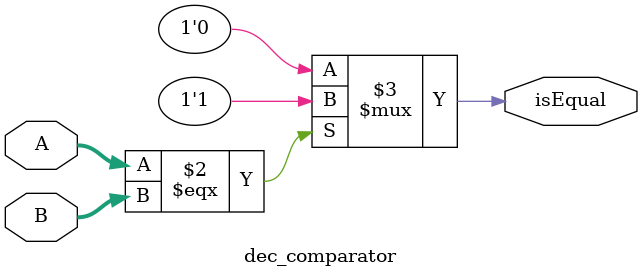
<source format=sv>

`resetall
`timescale 1ns/10ps
module dec_comparator
#(
parameter DATA_DEPTH = 8
)
(
input [DATA_DEPTH-1:0] A,
input [DATA_DEPTH-1:0] B,
output reg isEqual
) ;

always @* 

begin 

 isEqual <= ( A === B)? 1'b1 : 1'b0; 

end 

endmodule

</source>
